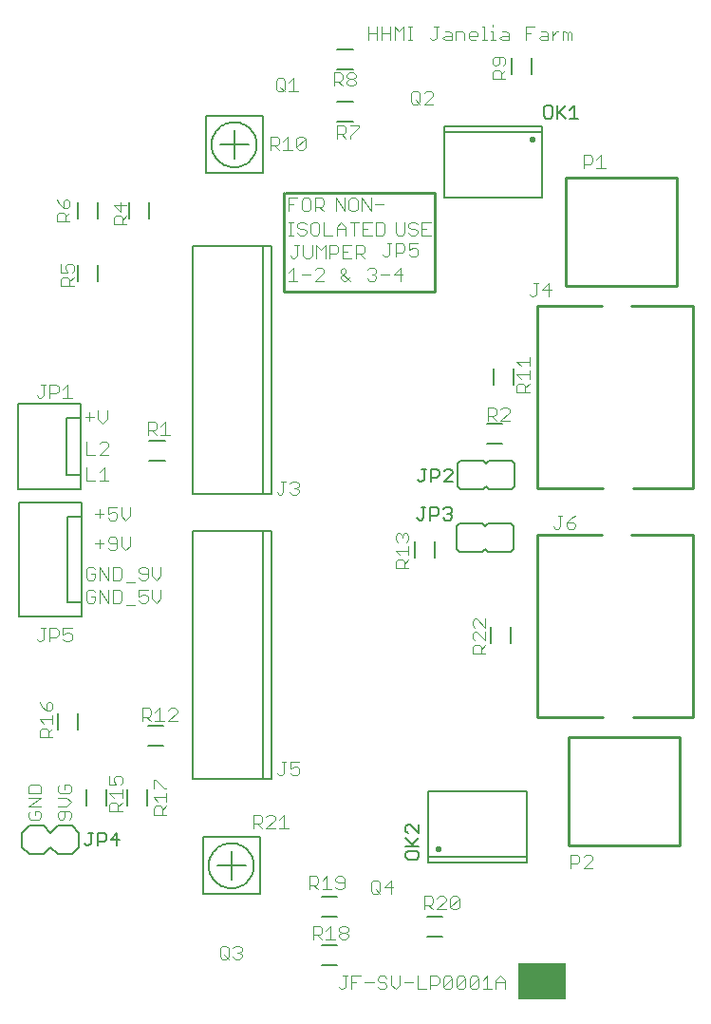
<source format=gto>
G75*
G70*
%OFA0B0*%
%FSLAX24Y24*%
%IPPOS*%
%LPD*%
%AMOC8*
5,1,8,0,0,1.08239X$1,22.5*
%
%ADD10C,0.0100*%
%ADD11C,0.0040*%
%ADD12R,0.1700X0.1300*%
%ADD13C,0.0060*%
%ADD14C,0.0080*%
%ADD15C,0.0050*%
%ADD16C,0.0217*%
D10*
X009790Y025340D02*
X015090Y025340D01*
X015090Y028790D01*
X009840Y028790D01*
X009790Y028790D02*
X009790Y025340D01*
X018690Y024840D02*
X018690Y018440D01*
X020990Y018440D01*
X022040Y018440D02*
X024140Y018440D01*
X024140Y024840D01*
X021990Y024840D01*
X020940Y024840D02*
X018690Y024840D01*
X019690Y025540D02*
X019690Y029340D01*
X023590Y029340D01*
X023590Y025540D01*
X019690Y025540D01*
X018690Y016790D02*
X020940Y016790D01*
X021990Y016790D02*
X024140Y016790D01*
X024140Y010390D01*
X022040Y010390D01*
X020990Y010390D02*
X018690Y010390D01*
X018690Y016790D01*
X019790Y009690D02*
X023690Y009690D01*
X023690Y005890D01*
X019790Y005890D01*
X019790Y009690D01*
D11*
X019860Y005570D02*
X020090Y005570D01*
X020167Y005494D01*
X020167Y005340D01*
X020090Y005263D01*
X019860Y005263D01*
X019860Y005110D02*
X019860Y005570D01*
X020320Y005494D02*
X020397Y005570D01*
X020551Y005570D01*
X020627Y005494D01*
X020627Y005417D01*
X020320Y005110D01*
X020627Y005110D01*
X017388Y001320D02*
X017542Y001167D01*
X017542Y000860D01*
X017542Y001090D02*
X017235Y001090D01*
X017235Y001167D02*
X017388Y001320D01*
X017235Y001167D02*
X017235Y000860D01*
X017081Y000860D02*
X016774Y000860D01*
X016928Y000860D02*
X016928Y001320D01*
X016774Y001167D01*
X016621Y001244D02*
X016621Y000937D01*
X016544Y000860D01*
X016391Y000860D01*
X016314Y000937D01*
X016621Y001244D01*
X016544Y001320D01*
X016391Y001320D01*
X016314Y001244D01*
X016314Y000937D01*
X016160Y000937D02*
X016160Y001244D01*
X015854Y000937D01*
X015930Y000860D01*
X016084Y000860D01*
X016160Y000937D01*
X015854Y000937D02*
X015854Y001244D01*
X015930Y001320D01*
X016084Y001320D01*
X016160Y001244D01*
X015700Y001244D02*
X015700Y000937D01*
X015623Y000860D01*
X015470Y000860D01*
X015393Y000937D01*
X015700Y001244D01*
X015623Y001320D01*
X015470Y001320D01*
X015393Y001244D01*
X015393Y000937D01*
X015240Y001090D02*
X015163Y001013D01*
X014933Y001013D01*
X014933Y000860D02*
X014933Y001320D01*
X015163Y001320D01*
X015240Y001244D01*
X015240Y001090D01*
X014779Y000860D02*
X014472Y000860D01*
X014472Y001320D01*
X014319Y001090D02*
X014012Y001090D01*
X013858Y001013D02*
X013858Y001320D01*
X013552Y001320D02*
X013552Y001013D01*
X013705Y000860D01*
X013858Y001013D01*
X013398Y001013D02*
X013398Y000937D01*
X013321Y000860D01*
X013168Y000860D01*
X013091Y000937D01*
X013168Y001090D02*
X013091Y001167D01*
X013091Y001244D01*
X013168Y001320D01*
X013321Y001320D01*
X013398Y001244D01*
X013321Y001090D02*
X013398Y001013D01*
X013321Y001090D02*
X013168Y001090D01*
X012938Y001090D02*
X012631Y001090D01*
X012477Y001320D02*
X012170Y001320D01*
X012170Y000860D01*
X012170Y001090D02*
X012324Y001090D01*
X012017Y001320D02*
X011863Y001320D01*
X011940Y001320D02*
X011940Y000937D01*
X011863Y000860D01*
X011787Y000860D01*
X011710Y000937D01*
X011808Y002610D02*
X011731Y002687D01*
X011731Y002763D01*
X011808Y002840D01*
X011961Y002840D01*
X012038Y002763D01*
X012038Y002687D01*
X011961Y002610D01*
X011808Y002610D01*
X011808Y002840D02*
X011731Y002917D01*
X011731Y002994D01*
X011808Y003070D01*
X011961Y003070D01*
X012038Y002994D01*
X012038Y002917D01*
X011961Y002840D01*
X011577Y002610D02*
X011270Y002610D01*
X011117Y002610D02*
X010963Y002763D01*
X011040Y002763D02*
X010810Y002763D01*
X010810Y002610D02*
X010810Y003070D01*
X011040Y003070D01*
X011117Y002994D01*
X011117Y002840D01*
X011040Y002763D01*
X011270Y002917D02*
X011424Y003070D01*
X011424Y002610D01*
X011446Y004360D02*
X011139Y004360D01*
X010986Y004360D02*
X010832Y004513D01*
X010909Y004513D02*
X010679Y004513D01*
X010679Y004360D02*
X010679Y004820D01*
X010909Y004820D01*
X010986Y004744D01*
X010986Y004590D01*
X010909Y004513D01*
X011139Y004667D02*
X011293Y004820D01*
X011293Y004360D01*
X011600Y004437D02*
X011676Y004360D01*
X011830Y004360D01*
X011907Y004437D01*
X011907Y004744D01*
X011830Y004820D01*
X011676Y004820D01*
X011600Y004744D01*
X011600Y004667D01*
X011676Y004590D01*
X011907Y004590D01*
X012860Y004594D02*
X012860Y004287D01*
X012937Y004210D01*
X013090Y004210D01*
X013167Y004287D01*
X013167Y004594D01*
X013090Y004670D01*
X012937Y004670D01*
X012860Y004594D01*
X013013Y004363D02*
X013167Y004210D01*
X013320Y004440D02*
X013627Y004440D01*
X013551Y004210D02*
X013551Y004670D01*
X013320Y004440D01*
X014710Y004120D02*
X014710Y003660D01*
X014710Y003813D02*
X014940Y003813D01*
X015017Y003890D01*
X015017Y004044D01*
X014940Y004120D01*
X014710Y004120D01*
X014863Y003813D02*
X015017Y003660D01*
X015170Y003660D02*
X015477Y003967D01*
X015477Y004044D01*
X015401Y004120D01*
X015247Y004120D01*
X015170Y004044D01*
X015170Y003660D02*
X015477Y003660D01*
X015631Y003737D02*
X015938Y004044D01*
X015938Y003737D01*
X015861Y003660D01*
X015708Y003660D01*
X015631Y003737D01*
X015631Y004044D01*
X015708Y004120D01*
X015861Y004120D01*
X015938Y004044D01*
X010327Y008437D02*
X010251Y008360D01*
X010097Y008360D01*
X010020Y008437D01*
X010020Y008590D02*
X010174Y008667D01*
X010251Y008667D01*
X010327Y008590D01*
X010327Y008437D01*
X010020Y008590D02*
X010020Y008820D01*
X010327Y008820D01*
X009867Y008820D02*
X009713Y008820D01*
X009790Y008820D02*
X009790Y008437D01*
X009713Y008360D01*
X009637Y008360D01*
X009560Y008437D01*
X009401Y006970D02*
X009247Y006970D01*
X009170Y006894D01*
X009017Y006894D02*
X009017Y006740D01*
X008940Y006663D01*
X008710Y006663D01*
X008710Y006510D02*
X008710Y006970D01*
X008940Y006970D01*
X009017Y006894D01*
X008863Y006663D02*
X009017Y006510D01*
X009170Y006510D02*
X009477Y006817D01*
X009477Y006894D01*
X009401Y006970D01*
X009631Y006817D02*
X009784Y006970D01*
X009784Y006510D01*
X009631Y006510D02*
X009938Y006510D01*
X009477Y006510D02*
X009170Y006510D01*
X008230Y002370D02*
X008076Y002370D01*
X008000Y002294D01*
X007846Y002294D02*
X007846Y001987D01*
X007769Y001910D01*
X007616Y001910D01*
X007539Y001987D01*
X007539Y002294D01*
X007616Y002370D01*
X007769Y002370D01*
X007846Y002294D01*
X007693Y002063D02*
X007846Y001910D01*
X008000Y001987D02*
X008076Y001910D01*
X008230Y001910D01*
X008307Y001987D01*
X008307Y002063D01*
X008230Y002140D01*
X008153Y002140D01*
X008230Y002140D02*
X008307Y002217D01*
X008307Y002294D01*
X008230Y002370D01*
X005670Y006979D02*
X005210Y006979D01*
X005210Y007209D01*
X005286Y007286D01*
X005440Y007286D01*
X005517Y007209D01*
X005517Y006979D01*
X005517Y007132D02*
X005670Y007286D01*
X005670Y007439D02*
X005670Y007746D01*
X005670Y007593D02*
X005210Y007593D01*
X005363Y007439D01*
X005210Y007900D02*
X005210Y008207D01*
X005286Y008207D01*
X005593Y007900D01*
X005670Y007900D01*
X004120Y007877D02*
X004120Y007570D01*
X004120Y007417D02*
X003967Y007263D01*
X003967Y007340D02*
X003967Y007110D01*
X004120Y007110D02*
X003660Y007110D01*
X003660Y007340D01*
X003736Y007417D01*
X003890Y007417D01*
X003967Y007340D01*
X003813Y007570D02*
X003660Y007724D01*
X004120Y007724D01*
X004043Y008031D02*
X004120Y008108D01*
X004120Y008261D01*
X004043Y008338D01*
X003890Y008338D01*
X003813Y008261D01*
X003813Y008184D01*
X003890Y008031D01*
X003660Y008031D01*
X003660Y008338D01*
X002320Y007961D02*
X002243Y008038D01*
X002090Y008038D01*
X002090Y007884D01*
X002243Y007731D02*
X001936Y007731D01*
X001860Y007808D01*
X001860Y007961D01*
X001936Y008038D01*
X002243Y007731D02*
X002320Y007808D01*
X002320Y007961D01*
X002167Y007577D02*
X001860Y007577D01*
X002167Y007577D02*
X002320Y007424D01*
X002167Y007270D01*
X001860Y007270D01*
X001936Y007117D02*
X001860Y007040D01*
X001860Y006887D01*
X001936Y006810D01*
X002013Y006810D01*
X002090Y006887D01*
X002090Y007117D01*
X002243Y007117D02*
X001936Y007117D01*
X002243Y007117D02*
X002320Y007040D01*
X002320Y006887D01*
X002243Y006810D01*
X001270Y006887D02*
X001270Y007040D01*
X001193Y007117D01*
X001040Y007117D01*
X001040Y006963D01*
X001193Y006810D02*
X001270Y006887D01*
X001193Y006810D02*
X000886Y006810D01*
X000810Y006887D01*
X000810Y007040D01*
X000886Y007117D01*
X000810Y007270D02*
X001270Y007577D01*
X000810Y007577D01*
X000810Y007731D02*
X000810Y007961D01*
X000886Y008038D01*
X001193Y008038D01*
X001270Y007961D01*
X001270Y007731D01*
X000810Y007731D01*
X000810Y007270D02*
X001270Y007270D01*
X001210Y009710D02*
X001210Y009940D01*
X001286Y010017D01*
X001440Y010017D01*
X001517Y009940D01*
X001517Y009710D01*
X001670Y009710D02*
X001210Y009710D01*
X001517Y009863D02*
X001670Y010017D01*
X001670Y010170D02*
X001670Y010477D01*
X001670Y010324D02*
X001210Y010324D01*
X001363Y010170D01*
X001440Y010631D02*
X001440Y010861D01*
X001517Y010938D01*
X001593Y010938D01*
X001670Y010861D01*
X001670Y010708D01*
X001593Y010631D01*
X001440Y010631D01*
X001286Y010784D01*
X001210Y010938D01*
X001187Y013060D02*
X001263Y013060D01*
X001340Y013137D01*
X001340Y013520D01*
X001263Y013520D02*
X001417Y013520D01*
X001570Y013520D02*
X001570Y013060D01*
X001570Y013213D02*
X001801Y013213D01*
X001877Y013290D01*
X001877Y013444D01*
X001801Y013520D01*
X001570Y013520D01*
X002031Y013520D02*
X002031Y013290D01*
X002184Y013367D01*
X002261Y013367D01*
X002338Y013290D01*
X002338Y013137D01*
X002261Y013060D01*
X002108Y013060D01*
X002031Y013137D01*
X002031Y013520D02*
X002338Y013520D01*
X002937Y014410D02*
X003090Y014410D01*
X003167Y014487D01*
X003167Y014640D01*
X003013Y014640D01*
X002860Y014487D02*
X002937Y014410D01*
X002860Y014487D02*
X002860Y014794D01*
X002937Y014870D01*
X003090Y014870D01*
X003167Y014794D01*
X003320Y014870D02*
X003320Y014410D01*
X003627Y014410D02*
X003627Y014870D01*
X003781Y014870D02*
X004011Y014870D01*
X004088Y014794D01*
X004088Y014487D01*
X004011Y014410D01*
X003781Y014410D01*
X003781Y014870D01*
X003781Y015210D02*
X004011Y015210D01*
X004088Y015287D01*
X004088Y015594D01*
X004011Y015670D01*
X003781Y015670D01*
X003781Y015210D01*
X003627Y015210D02*
X003627Y015670D01*
X003320Y015670D02*
X003320Y015210D01*
X003167Y015287D02*
X003167Y015440D01*
X003013Y015440D01*
X002860Y015287D02*
X002937Y015210D01*
X003090Y015210D01*
X003167Y015287D01*
X003167Y015594D02*
X003090Y015670D01*
X002937Y015670D01*
X002860Y015594D01*
X002860Y015287D01*
X003320Y015670D02*
X003627Y015210D01*
X003320Y014870D02*
X003627Y014410D01*
X004241Y014333D02*
X004548Y014333D01*
X004702Y014487D02*
X004778Y014410D01*
X004932Y014410D01*
X005008Y014487D01*
X005008Y014640D01*
X004932Y014717D01*
X004855Y014717D01*
X004702Y014640D01*
X004702Y014870D01*
X005008Y014870D01*
X005162Y014870D02*
X005162Y014563D01*
X005315Y014410D01*
X005469Y014563D01*
X005469Y014870D01*
X005315Y015210D02*
X005162Y015363D01*
X005162Y015670D01*
X005008Y015594D02*
X005008Y015287D01*
X004932Y015210D01*
X004778Y015210D01*
X004702Y015287D01*
X004778Y015440D02*
X005008Y015440D01*
X005008Y015594D02*
X004932Y015670D01*
X004778Y015670D01*
X004702Y015594D01*
X004702Y015517D01*
X004778Y015440D01*
X004548Y015133D02*
X004241Y015133D01*
X004234Y016260D02*
X004388Y016413D01*
X004388Y016720D01*
X004081Y016720D02*
X004081Y016413D01*
X004234Y016260D01*
X003927Y016337D02*
X003927Y016644D01*
X003851Y016720D01*
X003697Y016720D01*
X003620Y016644D01*
X003620Y016567D01*
X003697Y016490D01*
X003927Y016490D01*
X003927Y016337D02*
X003851Y016260D01*
X003697Y016260D01*
X003620Y016337D01*
X003467Y016490D02*
X003160Y016490D01*
X003313Y016337D02*
X003313Y016644D01*
X003313Y017387D02*
X003313Y017694D01*
X003160Y017540D02*
X003467Y017540D01*
X003620Y017540D02*
X003620Y017770D01*
X003927Y017770D01*
X004081Y017770D02*
X004081Y017463D01*
X004234Y017310D01*
X004388Y017463D01*
X004388Y017770D01*
X003927Y017540D02*
X003927Y017387D01*
X003851Y017310D01*
X003697Y017310D01*
X003620Y017387D01*
X003620Y017540D02*
X003774Y017617D01*
X003851Y017617D01*
X003927Y017540D01*
X003627Y018710D02*
X003320Y018710D01*
X003167Y018710D02*
X002860Y018710D01*
X002860Y019170D01*
X002860Y019610D02*
X003167Y019610D01*
X003320Y019610D02*
X003627Y019917D01*
X003627Y019994D01*
X003551Y020070D01*
X003397Y020070D01*
X003320Y019994D01*
X003320Y019610D02*
X003627Y019610D01*
X003474Y019170D02*
X003474Y018710D01*
X003320Y019017D02*
X003474Y019170D01*
X002860Y019610D02*
X002860Y020070D01*
X002963Y020787D02*
X002963Y021094D01*
X002810Y020940D02*
X003117Y020940D01*
X003270Y020863D02*
X003424Y020710D01*
X003577Y020863D01*
X003577Y021170D01*
X003270Y021170D02*
X003270Y020863D01*
X002338Y021610D02*
X002031Y021610D01*
X002184Y021610D02*
X002184Y022070D01*
X002031Y021917D01*
X001877Y021994D02*
X001877Y021840D01*
X001801Y021763D01*
X001570Y021763D01*
X001570Y021610D02*
X001570Y022070D01*
X001801Y022070D01*
X001877Y021994D01*
X001417Y022070D02*
X001263Y022070D01*
X001340Y022070D02*
X001340Y021687D01*
X001263Y021610D01*
X001187Y021610D01*
X001110Y021687D01*
X001960Y025539D02*
X001960Y025769D01*
X002036Y025846D01*
X002190Y025846D01*
X002267Y025769D01*
X002267Y025539D01*
X002420Y025539D02*
X001960Y025539D01*
X002267Y025693D02*
X002420Y025846D01*
X002343Y026000D02*
X002420Y026076D01*
X002420Y026230D01*
X002343Y026307D01*
X002190Y026307D01*
X002113Y026230D01*
X002113Y026153D01*
X002190Y026000D01*
X001960Y026000D01*
X001960Y026307D01*
X001810Y027810D02*
X001810Y028040D01*
X001886Y028117D01*
X002040Y028117D01*
X002117Y028040D01*
X002117Y027810D01*
X002270Y027810D02*
X001810Y027810D01*
X002117Y027963D02*
X002270Y028117D01*
X002193Y028270D02*
X002270Y028347D01*
X002270Y028501D01*
X002193Y028577D01*
X002117Y028577D01*
X002040Y028501D01*
X002040Y028270D01*
X002193Y028270D01*
X002040Y028270D02*
X001886Y028424D01*
X001810Y028577D01*
X003810Y028380D02*
X004040Y028150D01*
X004040Y028457D01*
X004270Y028380D02*
X003810Y028380D01*
X003886Y027996D02*
X004040Y027996D01*
X004117Y027919D01*
X004117Y027689D01*
X004270Y027689D02*
X003810Y027689D01*
X003810Y027919D01*
X003886Y027996D01*
X004117Y027843D02*
X004270Y027996D01*
X009310Y030310D02*
X009310Y030770D01*
X009540Y030770D01*
X009617Y030694D01*
X009617Y030540D01*
X009540Y030463D01*
X009310Y030463D01*
X009463Y030463D02*
X009617Y030310D01*
X009770Y030310D02*
X010077Y030310D01*
X009924Y030310D02*
X009924Y030770D01*
X009770Y030617D01*
X010231Y030694D02*
X010231Y030387D01*
X010538Y030694D01*
X010538Y030387D01*
X010461Y030310D01*
X010308Y030310D01*
X010231Y030387D01*
X010231Y030694D02*
X010308Y030770D01*
X010461Y030770D01*
X010538Y030694D01*
X010277Y032360D02*
X009970Y032360D01*
X009817Y032360D02*
X009663Y032513D01*
X009587Y032360D02*
X009510Y032437D01*
X009510Y032744D01*
X009587Y032820D01*
X009740Y032820D01*
X009817Y032744D01*
X009817Y032437D01*
X009740Y032360D01*
X009587Y032360D01*
X009970Y032667D02*
X010124Y032820D01*
X010124Y032360D01*
X011539Y032560D02*
X011539Y033020D01*
X011769Y033020D01*
X011846Y032944D01*
X011846Y032790D01*
X011769Y032713D01*
X011539Y032713D01*
X011693Y032713D02*
X011846Y032560D01*
X012000Y032637D02*
X012000Y032713D01*
X012076Y032790D01*
X012230Y032790D01*
X012307Y032713D01*
X012307Y032637D01*
X012230Y032560D01*
X012076Y032560D01*
X012000Y032637D01*
X012076Y032790D02*
X012000Y032867D01*
X012000Y032944D01*
X012076Y033020D01*
X012230Y033020D01*
X012307Y032944D01*
X012307Y032867D01*
X012230Y032790D01*
X012760Y034160D02*
X012760Y034620D01*
X012760Y034390D02*
X013067Y034390D01*
X013220Y034390D02*
X013527Y034390D01*
X013527Y034620D02*
X013527Y034160D01*
X013681Y034160D02*
X013681Y034620D01*
X013834Y034467D01*
X013988Y034620D01*
X013988Y034160D01*
X014141Y034160D02*
X014295Y034160D01*
X014218Y034160D02*
X014218Y034620D01*
X014141Y034620D02*
X014295Y034620D01*
X014908Y034237D02*
X014985Y034160D01*
X015062Y034160D01*
X015139Y034237D01*
X015139Y034620D01*
X015215Y034620D02*
X015062Y034620D01*
X015369Y034237D02*
X015446Y034313D01*
X015676Y034313D01*
X015676Y034390D02*
X015676Y034160D01*
X015446Y034160D01*
X015369Y034237D01*
X015446Y034467D02*
X015599Y034467D01*
X015676Y034390D01*
X015829Y034467D02*
X016059Y034467D01*
X016136Y034390D01*
X016136Y034160D01*
X016290Y034237D02*
X016290Y034390D01*
X016366Y034467D01*
X016520Y034467D01*
X016597Y034390D01*
X016597Y034313D01*
X016290Y034313D01*
X016290Y034237D02*
X016366Y034160D01*
X016520Y034160D01*
X016750Y034160D02*
X016904Y034160D01*
X016827Y034160D02*
X016827Y034620D01*
X016750Y034620D01*
X017057Y034467D02*
X017134Y034467D01*
X017134Y034160D01*
X017210Y034160D02*
X017057Y034160D01*
X017364Y034237D02*
X017441Y034313D01*
X017671Y034313D01*
X017671Y034390D02*
X017671Y034160D01*
X017441Y034160D01*
X017364Y034237D01*
X017441Y034467D02*
X017594Y034467D01*
X017671Y034390D01*
X017134Y034620D02*
X017134Y034697D01*
X017186Y033577D02*
X017110Y033501D01*
X017110Y033347D01*
X017186Y033270D01*
X017263Y033270D01*
X017340Y033347D01*
X017340Y033577D01*
X017493Y033577D02*
X017570Y033501D01*
X017570Y033347D01*
X017493Y033270D01*
X017570Y033117D02*
X017417Y032963D01*
X017417Y033040D02*
X017417Y032810D01*
X017570Y032810D02*
X017110Y032810D01*
X017110Y033040D01*
X017186Y033117D01*
X017340Y033117D01*
X017417Y033040D01*
X017493Y033577D02*
X017186Y033577D01*
X018285Y034160D02*
X018285Y034620D01*
X018592Y034620D01*
X018822Y034467D02*
X018975Y034467D01*
X019052Y034390D01*
X019052Y034160D01*
X018822Y034160D01*
X018745Y034237D01*
X018822Y034313D01*
X019052Y034313D01*
X019205Y034313D02*
X019359Y034467D01*
X019436Y034467D01*
X019589Y034467D02*
X019589Y034160D01*
X019743Y034160D02*
X019743Y034390D01*
X019819Y034467D01*
X019896Y034390D01*
X019896Y034160D01*
X019743Y034390D02*
X019666Y034467D01*
X019589Y034467D01*
X019205Y034467D02*
X019205Y034160D01*
X018438Y034390D02*
X018285Y034390D01*
X015829Y034467D02*
X015829Y034160D01*
X014951Y032370D02*
X014797Y032370D01*
X014720Y032294D01*
X014567Y032294D02*
X014567Y031987D01*
X014490Y031910D01*
X014337Y031910D01*
X014260Y031987D01*
X014260Y032294D01*
X014337Y032370D01*
X014490Y032370D01*
X014567Y032294D01*
X014413Y032063D02*
X014567Y031910D01*
X014720Y031910D02*
X015027Y032217D01*
X015027Y032294D01*
X014951Y032370D01*
X015027Y031910D02*
X014720Y031910D01*
X013220Y034160D02*
X013220Y034620D01*
X013067Y034620D02*
X013067Y034160D01*
X012427Y031170D02*
X012120Y031170D01*
X011967Y031094D02*
X011967Y030940D01*
X011890Y030863D01*
X011660Y030863D01*
X011660Y030710D02*
X011660Y031170D01*
X011890Y031170D01*
X011967Y031094D01*
X011813Y030863D02*
X011967Y030710D01*
X012120Y030710D02*
X012120Y030787D01*
X012427Y031094D01*
X012427Y031170D01*
X012531Y028620D02*
X012838Y028160D01*
X012838Y028620D01*
X012991Y028390D02*
X013298Y028390D01*
X013259Y027770D02*
X013029Y027770D01*
X013029Y027310D01*
X013259Y027310D01*
X013336Y027387D01*
X013336Y027694D01*
X013259Y027770D01*
X012876Y027770D02*
X012569Y027770D01*
X012569Y027310D01*
X012876Y027310D01*
X012722Y027540D02*
X012569Y027540D01*
X012415Y027770D02*
X012108Y027770D01*
X012262Y027770D02*
X012262Y027310D01*
X011955Y027310D02*
X011955Y027617D01*
X011802Y027770D01*
X011648Y027617D01*
X011648Y027310D01*
X011495Y027310D02*
X011188Y027310D01*
X011188Y027770D01*
X011034Y027694D02*
X011034Y027387D01*
X010958Y027310D01*
X010804Y027310D01*
X010727Y027387D01*
X010727Y027694D01*
X010804Y027770D01*
X010958Y027770D01*
X011034Y027694D01*
X010881Y028160D02*
X010881Y028620D01*
X011111Y028620D01*
X011188Y028544D01*
X011188Y028390D01*
X011111Y028313D01*
X010881Y028313D01*
X011034Y028313D02*
X011188Y028160D01*
X011610Y028160D02*
X011610Y028620D01*
X011917Y028160D01*
X011917Y028620D01*
X012070Y028544D02*
X012070Y028237D01*
X012147Y028160D01*
X012301Y028160D01*
X012377Y028237D01*
X012377Y028544D01*
X012301Y028620D01*
X012147Y028620D01*
X012070Y028544D01*
X012531Y028620D02*
X012531Y028160D01*
X011955Y027540D02*
X011648Y027540D01*
X011621Y026970D02*
X011698Y026894D01*
X011698Y026740D01*
X011621Y026663D01*
X011391Y026663D01*
X011391Y026510D02*
X011391Y026970D01*
X011621Y026970D01*
X011852Y026970D02*
X011852Y026510D01*
X012158Y026510D01*
X012312Y026510D02*
X012312Y026970D01*
X012542Y026970D01*
X012619Y026894D01*
X012619Y026740D01*
X012542Y026663D01*
X012312Y026663D01*
X012465Y026663D02*
X012619Y026510D01*
X012799Y026170D02*
X012953Y026170D01*
X013029Y026094D01*
X013029Y026017D01*
X012953Y025940D01*
X013029Y025863D01*
X013029Y025787D01*
X012953Y025710D01*
X012799Y025710D01*
X012722Y025787D01*
X012876Y025940D02*
X012953Y025940D01*
X013183Y025940D02*
X013490Y025940D01*
X013643Y025940D02*
X013950Y025940D01*
X013873Y025710D02*
X013873Y026170D01*
X013643Y025940D01*
X013720Y026560D02*
X013720Y027020D01*
X013951Y027020D01*
X014027Y026944D01*
X014027Y026790D01*
X013951Y026713D01*
X013720Y026713D01*
X013490Y026637D02*
X013490Y027020D01*
X013413Y027020D02*
X013567Y027020D01*
X013787Y027310D02*
X013940Y027310D01*
X014017Y027387D01*
X014017Y027770D01*
X014170Y027694D02*
X014170Y027617D01*
X014247Y027540D01*
X014401Y027540D01*
X014477Y027463D01*
X014477Y027387D01*
X014401Y027310D01*
X014247Y027310D01*
X014170Y027387D01*
X014170Y027694D02*
X014247Y027770D01*
X014401Y027770D01*
X014477Y027694D01*
X014631Y027770D02*
X014631Y027310D01*
X014938Y027310D01*
X014784Y027540D02*
X014631Y027540D01*
X014631Y027770D02*
X014938Y027770D01*
X014488Y027020D02*
X014181Y027020D01*
X014181Y026790D01*
X014334Y026867D01*
X014411Y026867D01*
X014488Y026790D01*
X014488Y026637D01*
X014411Y026560D01*
X014258Y026560D01*
X014181Y026637D01*
X013787Y027310D02*
X013710Y027387D01*
X013710Y027770D01*
X013490Y026637D02*
X013413Y026560D01*
X013337Y026560D01*
X013260Y026637D01*
X012799Y026170D02*
X012722Y026094D01*
X012108Y025863D02*
X011955Y025710D01*
X011878Y025710D01*
X011802Y025787D01*
X011802Y025863D01*
X011955Y026017D01*
X011955Y026094D01*
X011878Y026170D01*
X011802Y026094D01*
X011802Y026017D01*
X012108Y025710D01*
X011188Y025710D02*
X010881Y025710D01*
X011188Y026017D01*
X011188Y026094D01*
X011111Y026170D01*
X010958Y026170D01*
X010881Y026094D01*
X010727Y025940D02*
X010420Y025940D01*
X010267Y025710D02*
X009960Y025710D01*
X010113Y025710D02*
X010113Y026170D01*
X009960Y026017D01*
X010087Y026510D02*
X010163Y026510D01*
X010240Y026587D01*
X010240Y026970D01*
X010163Y026970D02*
X010317Y026970D01*
X010470Y026970D02*
X010470Y026587D01*
X010547Y026510D01*
X010701Y026510D01*
X010777Y026587D01*
X010777Y026970D01*
X010931Y026970D02*
X010931Y026510D01*
X011238Y026510D02*
X011238Y026970D01*
X011084Y026817D01*
X010931Y026970D01*
X010574Y027387D02*
X010497Y027310D01*
X010344Y027310D01*
X010267Y027387D01*
X010344Y027540D02*
X010497Y027540D01*
X010574Y027463D01*
X010574Y027387D01*
X010344Y027540D02*
X010267Y027617D01*
X010267Y027694D01*
X010344Y027770D01*
X010497Y027770D01*
X010574Y027694D01*
X010113Y027770D02*
X009960Y027770D01*
X010037Y027770D02*
X010037Y027310D01*
X010113Y027310D02*
X009960Y027310D01*
X010010Y026587D02*
X010087Y026510D01*
X009960Y028160D02*
X009960Y028620D01*
X010267Y028620D01*
X010420Y028544D02*
X010420Y028237D01*
X010497Y028160D01*
X010651Y028160D01*
X010727Y028237D01*
X010727Y028544D01*
X010651Y028620D01*
X010497Y028620D01*
X010420Y028544D01*
X010113Y028390D02*
X009960Y028390D01*
X011852Y026970D02*
X012158Y026970D01*
X012005Y026740D02*
X011852Y026740D01*
X016939Y021270D02*
X016939Y020810D01*
X016939Y020963D02*
X017169Y020963D01*
X017246Y021040D01*
X017246Y021194D01*
X017169Y021270D01*
X016939Y021270D01*
X017093Y020963D02*
X017246Y020810D01*
X017400Y020810D02*
X017707Y021117D01*
X017707Y021194D01*
X017630Y021270D01*
X017476Y021270D01*
X017400Y021194D01*
X017400Y020810D02*
X017707Y020810D01*
X017960Y021810D02*
X017960Y022040D01*
X018036Y022117D01*
X018190Y022117D01*
X018267Y022040D01*
X018267Y021810D01*
X018420Y021810D02*
X017960Y021810D01*
X018267Y021963D02*
X018420Y022117D01*
X018420Y022270D02*
X018420Y022577D01*
X018420Y022424D02*
X017960Y022424D01*
X018113Y022270D01*
X018113Y022731D02*
X017960Y022884D01*
X018420Y022884D01*
X018420Y022731D02*
X018420Y023038D01*
X018487Y025160D02*
X018410Y025237D01*
X018487Y025160D02*
X018563Y025160D01*
X018640Y025237D01*
X018640Y025620D01*
X018563Y025620D02*
X018717Y025620D01*
X018870Y025390D02*
X019177Y025390D01*
X019101Y025160D02*
X019101Y025620D01*
X018870Y025390D01*
X020310Y029660D02*
X020310Y030120D01*
X020540Y030120D01*
X020617Y030044D01*
X020617Y029890D01*
X020540Y029813D01*
X020310Y029813D01*
X020770Y029660D02*
X021077Y029660D01*
X020924Y029660D02*
X020924Y030120D01*
X020770Y029967D01*
X020027Y017470D02*
X019874Y017394D01*
X019720Y017240D01*
X019951Y017240D01*
X020027Y017163D01*
X020027Y017087D01*
X019951Y017010D01*
X019797Y017010D01*
X019720Y017087D01*
X019720Y017240D01*
X019490Y017087D02*
X019490Y017470D01*
X019413Y017470D02*
X019567Y017470D01*
X019490Y017087D02*
X019413Y017010D01*
X019337Y017010D01*
X019260Y017087D01*
X016870Y013857D02*
X016870Y013550D01*
X016563Y013857D01*
X016486Y013857D01*
X016410Y013780D01*
X016410Y013626D01*
X016486Y013550D01*
X016486Y013396D02*
X016410Y013319D01*
X016410Y013166D01*
X016486Y013089D01*
X016486Y012936D02*
X016410Y012859D01*
X016410Y012629D01*
X016870Y012629D01*
X016717Y012629D02*
X016717Y012859D01*
X016640Y012936D01*
X016486Y012936D01*
X016717Y012782D02*
X016870Y012936D01*
X016870Y013089D02*
X016563Y013396D01*
X016486Y013396D01*
X016870Y013396D02*
X016870Y013089D01*
X014170Y015629D02*
X013710Y015629D01*
X013710Y015859D01*
X013786Y015936D01*
X013940Y015936D01*
X014017Y015859D01*
X014017Y015629D01*
X014017Y015782D02*
X014170Y015936D01*
X014170Y016089D02*
X014170Y016396D01*
X014170Y016243D02*
X013710Y016243D01*
X013863Y016089D01*
X013786Y016550D02*
X013710Y016626D01*
X013710Y016780D01*
X013786Y016857D01*
X013863Y016857D01*
X013940Y016780D01*
X014017Y016857D01*
X014093Y016857D01*
X014170Y016780D01*
X014170Y016626D01*
X014093Y016550D01*
X013940Y016703D02*
X013940Y016780D01*
X010307Y018287D02*
X010230Y018210D01*
X010076Y018210D01*
X010000Y018287D01*
X010153Y018440D02*
X010230Y018440D01*
X010307Y018363D01*
X010307Y018287D01*
X010230Y018440D02*
X010307Y018517D01*
X010307Y018594D01*
X010230Y018670D01*
X010076Y018670D01*
X010000Y018594D01*
X009846Y018670D02*
X009693Y018670D01*
X009769Y018670D02*
X009769Y018287D01*
X009693Y018210D01*
X009616Y018210D01*
X009539Y018287D01*
X005777Y020310D02*
X005470Y020310D01*
X005317Y020310D02*
X005163Y020463D01*
X005240Y020463D02*
X005010Y020463D01*
X005010Y020310D02*
X005010Y020770D01*
X005240Y020770D01*
X005317Y020694D01*
X005317Y020540D01*
X005240Y020463D01*
X005470Y020617D02*
X005624Y020770D01*
X005624Y020310D01*
X005469Y015670D02*
X005469Y015363D01*
X005315Y015210D01*
X005424Y010720D02*
X005424Y010260D01*
X005577Y010260D02*
X005270Y010260D01*
X005117Y010260D02*
X004963Y010413D01*
X005040Y010413D02*
X004810Y010413D01*
X004810Y010260D02*
X004810Y010720D01*
X005040Y010720D01*
X005117Y010644D01*
X005117Y010490D01*
X005040Y010413D01*
X005270Y010567D02*
X005424Y010720D01*
X005731Y010644D02*
X005808Y010720D01*
X005961Y010720D01*
X006038Y010644D01*
X006038Y010567D01*
X005731Y010260D01*
X006038Y010260D01*
X001187Y013060D02*
X001110Y013137D01*
D12*
X018840Y001140D03*
D13*
X018307Y005288D02*
X014864Y005288D01*
X014864Y007792D01*
X018307Y007792D01*
X018307Y005491D01*
X014903Y005491D01*
X014810Y003390D02*
X015370Y003390D01*
X015370Y002690D02*
X014810Y002690D01*
X011670Y002390D02*
X011110Y002390D01*
X011110Y001690D02*
X011670Y001690D01*
X011670Y003390D02*
X011110Y003390D01*
X011110Y004090D02*
X011670Y004090D01*
X005570Y009390D02*
X005010Y009390D01*
X005010Y010090D02*
X005570Y010090D01*
X004990Y007870D02*
X004990Y007310D01*
X004290Y007310D02*
X004290Y007870D01*
X003540Y007870D02*
X003540Y007310D01*
X002840Y007310D02*
X002840Y007870D01*
X002540Y009960D02*
X002540Y010520D01*
X001840Y010520D02*
X001840Y009960D01*
X005060Y019390D02*
X005620Y019390D01*
X005620Y020090D02*
X005060Y020090D01*
X003240Y025710D02*
X003240Y026270D01*
X002540Y026270D02*
X002540Y025710D01*
X002540Y027910D02*
X002540Y028470D01*
X003240Y028470D02*
X003240Y027910D01*
X004340Y027910D02*
X004340Y028470D01*
X005040Y028470D02*
X005040Y027910D01*
X011660Y031290D02*
X012220Y031290D01*
X012220Y031990D02*
X011660Y031990D01*
X011660Y033140D02*
X012220Y033140D01*
X012220Y033840D02*
X011660Y033840D01*
X015423Y031142D02*
X015423Y030939D01*
X018827Y030939D01*
X018866Y031142D02*
X018866Y028638D01*
X015423Y028638D01*
X015423Y030939D01*
X015423Y031142D02*
X018866Y031142D01*
X018490Y032960D02*
X018490Y033520D01*
X017790Y033520D02*
X017790Y032960D01*
X017840Y022620D02*
X017840Y022060D01*
X017140Y022060D02*
X017140Y022620D01*
X016910Y020690D02*
X017470Y020690D01*
X017470Y019990D02*
X016910Y019990D01*
X016990Y019390D02*
X016890Y019290D01*
X016790Y019390D01*
X015990Y019390D01*
X015890Y019290D01*
X015890Y018490D01*
X015990Y018390D01*
X016790Y018390D01*
X016890Y018490D01*
X016990Y018390D01*
X017790Y018390D01*
X017890Y018490D01*
X017890Y019290D01*
X017790Y019390D01*
X016990Y019390D01*
X016940Y017190D02*
X016840Y017090D01*
X016740Y017190D01*
X015940Y017190D01*
X015840Y017090D01*
X015840Y016290D01*
X015940Y016190D01*
X016740Y016190D01*
X016840Y016290D01*
X016940Y016190D01*
X017740Y016190D01*
X017840Y016290D01*
X017840Y017090D01*
X017740Y017190D01*
X016940Y017190D01*
X015090Y016570D02*
X015090Y016010D01*
X014390Y016010D02*
X014390Y016570D01*
X017040Y013570D02*
X017040Y013010D01*
X017740Y013010D02*
X017740Y013570D01*
X018307Y005491D02*
X018307Y005288D01*
D14*
X001340Y005590D02*
X000840Y005590D01*
X000590Y005840D01*
X000590Y006340D01*
X000840Y006590D01*
X001340Y006590D01*
X001590Y006340D01*
X001840Y006590D01*
X002340Y006590D01*
X002590Y006340D01*
X002590Y005840D01*
X002340Y005590D01*
X001840Y005590D01*
X001590Y005840D01*
X001340Y005590D01*
X006601Y008234D02*
X009042Y008234D01*
X009042Y016920D01*
X009357Y016920D01*
X009357Y008234D01*
X009042Y008234D01*
X006601Y008234D02*
X006601Y016920D01*
X009042Y016920D01*
X009042Y018234D02*
X009042Y026920D01*
X009357Y026920D01*
X009357Y018234D01*
X009042Y018234D01*
X006601Y018234D01*
X006601Y026920D01*
X009042Y026920D01*
D15*
X009040Y029490D02*
X009040Y031490D01*
X007040Y031490D01*
X007040Y029490D01*
X009040Y029490D01*
X008540Y030490D02*
X008040Y030490D01*
X007249Y030490D02*
X007251Y030546D01*
X007257Y030601D01*
X007267Y030656D01*
X007280Y030710D01*
X007298Y030763D01*
X007319Y030815D01*
X007344Y030865D01*
X007372Y030913D01*
X007403Y030959D01*
X007438Y031003D01*
X007476Y031044D01*
X007516Y031083D01*
X007559Y031118D01*
X007605Y031151D01*
X007653Y031180D01*
X007702Y031205D01*
X007753Y031227D01*
X007806Y031246D01*
X007860Y031260D01*
X007915Y031271D01*
X007970Y031278D01*
X008026Y031281D01*
X008082Y031280D01*
X008137Y031275D01*
X008193Y031266D01*
X008247Y031253D01*
X008300Y031237D01*
X008352Y031217D01*
X008403Y031193D01*
X008452Y031166D01*
X008498Y031135D01*
X008542Y031101D01*
X008584Y031064D01*
X008623Y031024D01*
X008660Y030982D01*
X008693Y030937D01*
X008723Y030890D01*
X008749Y030840D01*
X008772Y030789D01*
X008791Y030737D01*
X008807Y030683D01*
X008819Y030629D01*
X008827Y030574D01*
X008831Y030518D01*
X008831Y030462D01*
X008827Y030406D01*
X008819Y030351D01*
X008807Y030297D01*
X008791Y030243D01*
X008772Y030191D01*
X008749Y030140D01*
X008723Y030090D01*
X008693Y030043D01*
X008660Y029998D01*
X008623Y029956D01*
X008584Y029916D01*
X008542Y029879D01*
X008498Y029845D01*
X008452Y029814D01*
X008403Y029787D01*
X008352Y029763D01*
X008300Y029743D01*
X008247Y029727D01*
X008193Y029714D01*
X008137Y029705D01*
X008082Y029700D01*
X008026Y029699D01*
X007970Y029702D01*
X007915Y029709D01*
X007860Y029720D01*
X007806Y029734D01*
X007753Y029753D01*
X007702Y029775D01*
X007653Y029800D01*
X007605Y029829D01*
X007559Y029862D01*
X007516Y029897D01*
X007476Y029936D01*
X007438Y029977D01*
X007403Y030021D01*
X007372Y030067D01*
X007344Y030115D01*
X007319Y030165D01*
X007298Y030217D01*
X007280Y030270D01*
X007267Y030324D01*
X007257Y030379D01*
X007251Y030434D01*
X007249Y030490D01*
X007540Y030490D02*
X008040Y030490D01*
X008040Y030990D01*
X008040Y030490D02*
X008040Y029990D01*
X002640Y021390D02*
X002640Y020890D01*
X002140Y020890D01*
X002140Y018890D01*
X002640Y018890D01*
X002640Y018390D01*
X000440Y018390D01*
X000440Y021390D01*
X002640Y021390D01*
X002640Y020890D02*
X002640Y018890D01*
X002690Y017940D02*
X002690Y017440D01*
X002190Y017440D01*
X002190Y014440D01*
X002690Y014440D01*
X002690Y013940D01*
X000490Y013940D01*
X000490Y017940D01*
X002690Y017940D01*
X002690Y017440D02*
X002690Y014440D01*
X002935Y006335D02*
X003085Y006335D01*
X003010Y006335D02*
X003010Y005960D01*
X002935Y005885D01*
X002860Y005885D01*
X002785Y005960D01*
X003245Y005885D02*
X003245Y006335D01*
X003471Y006335D01*
X003546Y006260D01*
X003546Y006110D01*
X003471Y006035D01*
X003245Y006035D01*
X003706Y006110D02*
X004006Y006110D01*
X003931Y005885D02*
X003931Y006335D01*
X003706Y006110D01*
X006940Y006190D02*
X006940Y004190D01*
X008940Y004190D01*
X008940Y006190D01*
X006940Y006190D01*
X007440Y005190D02*
X007940Y005190D01*
X007149Y005190D02*
X007151Y005246D01*
X007157Y005301D01*
X007167Y005356D01*
X007180Y005410D01*
X007198Y005463D01*
X007219Y005515D01*
X007244Y005565D01*
X007272Y005613D01*
X007303Y005659D01*
X007338Y005703D01*
X007376Y005744D01*
X007416Y005783D01*
X007459Y005818D01*
X007505Y005851D01*
X007553Y005880D01*
X007602Y005905D01*
X007653Y005927D01*
X007706Y005946D01*
X007760Y005960D01*
X007815Y005971D01*
X007870Y005978D01*
X007926Y005981D01*
X007982Y005980D01*
X008037Y005975D01*
X008093Y005966D01*
X008147Y005953D01*
X008200Y005937D01*
X008252Y005917D01*
X008303Y005893D01*
X008352Y005866D01*
X008398Y005835D01*
X008442Y005801D01*
X008484Y005764D01*
X008523Y005724D01*
X008560Y005682D01*
X008593Y005637D01*
X008623Y005590D01*
X008649Y005540D01*
X008672Y005489D01*
X008691Y005437D01*
X008707Y005383D01*
X008719Y005329D01*
X008727Y005274D01*
X008731Y005218D01*
X008731Y005162D01*
X008727Y005106D01*
X008719Y005051D01*
X008707Y004997D01*
X008691Y004943D01*
X008672Y004891D01*
X008649Y004840D01*
X008623Y004790D01*
X008593Y004743D01*
X008560Y004698D01*
X008523Y004656D01*
X008484Y004616D01*
X008442Y004579D01*
X008398Y004545D01*
X008352Y004514D01*
X008303Y004487D01*
X008252Y004463D01*
X008200Y004443D01*
X008147Y004427D01*
X008093Y004414D01*
X008037Y004405D01*
X007982Y004400D01*
X007926Y004399D01*
X007870Y004402D01*
X007815Y004409D01*
X007760Y004420D01*
X007706Y004434D01*
X007653Y004453D01*
X007602Y004475D01*
X007553Y004500D01*
X007505Y004529D01*
X007459Y004562D01*
X007416Y004597D01*
X007376Y004636D01*
X007338Y004677D01*
X007303Y004721D01*
X007272Y004767D01*
X007244Y004815D01*
X007219Y004865D01*
X007198Y004917D01*
X007180Y004970D01*
X007167Y005024D01*
X007157Y005079D01*
X007151Y005134D01*
X007149Y005190D01*
X007940Y005190D02*
X007940Y004690D01*
X007940Y005190D02*
X008440Y005190D01*
X007940Y005190D02*
X007940Y005690D01*
X014065Y005640D02*
X014140Y005715D01*
X014440Y005715D01*
X014515Y005640D01*
X014515Y005490D01*
X014440Y005415D01*
X014140Y005415D01*
X014065Y005490D01*
X014065Y005640D01*
X014065Y005875D02*
X014515Y005875D01*
X014365Y005875D02*
X014065Y006176D01*
X014140Y006336D02*
X014065Y006411D01*
X014065Y006561D01*
X014140Y006636D01*
X014215Y006636D01*
X014515Y006336D01*
X014515Y006636D01*
X014515Y006176D02*
X014290Y005950D01*
X014540Y017315D02*
X014615Y017315D01*
X014690Y017390D01*
X014690Y017765D01*
X014615Y017765D02*
X014765Y017765D01*
X014925Y017765D02*
X014925Y017315D01*
X014925Y017465D02*
X015151Y017465D01*
X015226Y017540D01*
X015226Y017690D01*
X015151Y017765D01*
X014925Y017765D01*
X015386Y017690D02*
X015461Y017765D01*
X015611Y017765D01*
X015686Y017690D01*
X015686Y017615D01*
X015611Y017540D01*
X015686Y017465D01*
X015686Y017390D01*
X015611Y017315D01*
X015461Y017315D01*
X015386Y017390D01*
X015536Y017540D02*
X015611Y017540D01*
X015705Y018665D02*
X015405Y018665D01*
X015705Y018965D01*
X015705Y019040D01*
X015630Y019115D01*
X015480Y019115D01*
X015405Y019040D01*
X015244Y019040D02*
X015244Y018890D01*
X015169Y018815D01*
X014944Y018815D01*
X014944Y018665D02*
X014944Y019115D01*
X015169Y019115D01*
X015244Y019040D01*
X014784Y019115D02*
X014634Y019115D01*
X014709Y019115D02*
X014709Y018740D01*
X014634Y018665D01*
X014559Y018665D01*
X014484Y018740D01*
X014465Y017390D02*
X014540Y017315D01*
X018990Y031415D02*
X018915Y031490D01*
X018915Y031790D01*
X018990Y031865D01*
X019140Y031865D01*
X019215Y031790D01*
X019215Y031490D01*
X019140Y031415D01*
X018990Y031415D01*
X019375Y031415D02*
X019375Y031865D01*
X019450Y031640D02*
X019676Y031415D01*
X019836Y031415D02*
X020136Y031415D01*
X019986Y031415D02*
X019986Y031865D01*
X019836Y031715D01*
X019676Y031865D02*
X019375Y031565D01*
D16*
X018518Y030677D03*
X015212Y005753D03*
M02*

</source>
